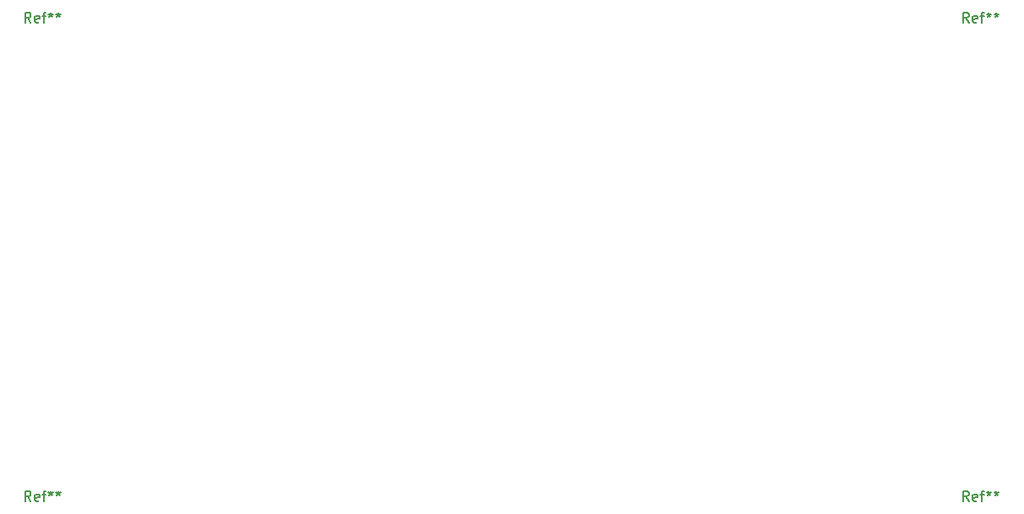
<source format=gbr>
%TF.GenerationSoftware,KiCad,Pcbnew,8.0.8*%
%TF.CreationDate,2025-02-16T23:15:15+09:00*%
%TF.ProjectId,macro,6d616372-6f2e-46b6-9963-61645f706362,rev?*%
%TF.SameCoordinates,Original*%
%TF.FileFunction,Legend,Top*%
%TF.FilePolarity,Positive*%
%FSLAX46Y46*%
G04 Gerber Fmt 4.6, Leading zero omitted, Abs format (unit mm)*
G04 Created by KiCad (PCBNEW 8.0.8) date 2025-02-16 23:15:15*
%MOMM*%
%LPD*%
G01*
G04 APERTURE LIST*
%ADD10C,0.150000*%
G04 APERTURE END LIST*
D10*
X36833332Y-88254819D02*
X36499999Y-87778628D01*
X36261904Y-88254819D02*
X36261904Y-87254819D01*
X36261904Y-87254819D02*
X36642856Y-87254819D01*
X36642856Y-87254819D02*
X36738094Y-87302438D01*
X36738094Y-87302438D02*
X36785713Y-87350057D01*
X36785713Y-87350057D02*
X36833332Y-87445295D01*
X36833332Y-87445295D02*
X36833332Y-87588152D01*
X36833332Y-87588152D02*
X36785713Y-87683390D01*
X36785713Y-87683390D02*
X36738094Y-87731009D01*
X36738094Y-87731009D02*
X36642856Y-87778628D01*
X36642856Y-87778628D02*
X36261904Y-87778628D01*
X37642856Y-88207200D02*
X37547618Y-88254819D01*
X37547618Y-88254819D02*
X37357142Y-88254819D01*
X37357142Y-88254819D02*
X37261904Y-88207200D01*
X37261904Y-88207200D02*
X37214285Y-88111961D01*
X37214285Y-88111961D02*
X37214285Y-87731009D01*
X37214285Y-87731009D02*
X37261904Y-87635771D01*
X37261904Y-87635771D02*
X37357142Y-87588152D01*
X37357142Y-87588152D02*
X37547618Y-87588152D01*
X37547618Y-87588152D02*
X37642856Y-87635771D01*
X37642856Y-87635771D02*
X37690475Y-87731009D01*
X37690475Y-87731009D02*
X37690475Y-87826247D01*
X37690475Y-87826247D02*
X37214285Y-87921485D01*
X37976190Y-87588152D02*
X38357142Y-87588152D01*
X38119047Y-88254819D02*
X38119047Y-87397676D01*
X38119047Y-87397676D02*
X38166666Y-87302438D01*
X38166666Y-87302438D02*
X38261904Y-87254819D01*
X38261904Y-87254819D02*
X38357142Y-87254819D01*
X38833333Y-87254819D02*
X38833333Y-87492914D01*
X38595238Y-87397676D02*
X38833333Y-87492914D01*
X38833333Y-87492914D02*
X39071428Y-87397676D01*
X38690476Y-87683390D02*
X38833333Y-87492914D01*
X38833333Y-87492914D02*
X38976190Y-87683390D01*
X39595238Y-87254819D02*
X39595238Y-87492914D01*
X39357143Y-87397676D02*
X39595238Y-87492914D01*
X39595238Y-87492914D02*
X39833333Y-87397676D01*
X39452381Y-87683390D02*
X39595238Y-87492914D01*
X39595238Y-87492914D02*
X39738095Y-87683390D01*
X130833332Y-88254819D02*
X130499999Y-87778628D01*
X130261904Y-88254819D02*
X130261904Y-87254819D01*
X130261904Y-87254819D02*
X130642856Y-87254819D01*
X130642856Y-87254819D02*
X130738094Y-87302438D01*
X130738094Y-87302438D02*
X130785713Y-87350057D01*
X130785713Y-87350057D02*
X130833332Y-87445295D01*
X130833332Y-87445295D02*
X130833332Y-87588152D01*
X130833332Y-87588152D02*
X130785713Y-87683390D01*
X130785713Y-87683390D02*
X130738094Y-87731009D01*
X130738094Y-87731009D02*
X130642856Y-87778628D01*
X130642856Y-87778628D02*
X130261904Y-87778628D01*
X131642856Y-88207200D02*
X131547618Y-88254819D01*
X131547618Y-88254819D02*
X131357142Y-88254819D01*
X131357142Y-88254819D02*
X131261904Y-88207200D01*
X131261904Y-88207200D02*
X131214285Y-88111961D01*
X131214285Y-88111961D02*
X131214285Y-87731009D01*
X131214285Y-87731009D02*
X131261904Y-87635771D01*
X131261904Y-87635771D02*
X131357142Y-87588152D01*
X131357142Y-87588152D02*
X131547618Y-87588152D01*
X131547618Y-87588152D02*
X131642856Y-87635771D01*
X131642856Y-87635771D02*
X131690475Y-87731009D01*
X131690475Y-87731009D02*
X131690475Y-87826247D01*
X131690475Y-87826247D02*
X131214285Y-87921485D01*
X131976190Y-87588152D02*
X132357142Y-87588152D01*
X132119047Y-88254819D02*
X132119047Y-87397676D01*
X132119047Y-87397676D02*
X132166666Y-87302438D01*
X132166666Y-87302438D02*
X132261904Y-87254819D01*
X132261904Y-87254819D02*
X132357142Y-87254819D01*
X132833333Y-87254819D02*
X132833333Y-87492914D01*
X132595238Y-87397676D02*
X132833333Y-87492914D01*
X132833333Y-87492914D02*
X133071428Y-87397676D01*
X132690476Y-87683390D02*
X132833333Y-87492914D01*
X132833333Y-87492914D02*
X132976190Y-87683390D01*
X133595238Y-87254819D02*
X133595238Y-87492914D01*
X133357143Y-87397676D02*
X133595238Y-87492914D01*
X133595238Y-87492914D02*
X133833333Y-87397676D01*
X133452381Y-87683390D02*
X133595238Y-87492914D01*
X133595238Y-87492914D02*
X133738095Y-87683390D01*
X130833332Y-40254819D02*
X130499999Y-39778628D01*
X130261904Y-40254819D02*
X130261904Y-39254819D01*
X130261904Y-39254819D02*
X130642856Y-39254819D01*
X130642856Y-39254819D02*
X130738094Y-39302438D01*
X130738094Y-39302438D02*
X130785713Y-39350057D01*
X130785713Y-39350057D02*
X130833332Y-39445295D01*
X130833332Y-39445295D02*
X130833332Y-39588152D01*
X130833332Y-39588152D02*
X130785713Y-39683390D01*
X130785713Y-39683390D02*
X130738094Y-39731009D01*
X130738094Y-39731009D02*
X130642856Y-39778628D01*
X130642856Y-39778628D02*
X130261904Y-39778628D01*
X131642856Y-40207200D02*
X131547618Y-40254819D01*
X131547618Y-40254819D02*
X131357142Y-40254819D01*
X131357142Y-40254819D02*
X131261904Y-40207200D01*
X131261904Y-40207200D02*
X131214285Y-40111961D01*
X131214285Y-40111961D02*
X131214285Y-39731009D01*
X131214285Y-39731009D02*
X131261904Y-39635771D01*
X131261904Y-39635771D02*
X131357142Y-39588152D01*
X131357142Y-39588152D02*
X131547618Y-39588152D01*
X131547618Y-39588152D02*
X131642856Y-39635771D01*
X131642856Y-39635771D02*
X131690475Y-39731009D01*
X131690475Y-39731009D02*
X131690475Y-39826247D01*
X131690475Y-39826247D02*
X131214285Y-39921485D01*
X131976190Y-39588152D02*
X132357142Y-39588152D01*
X132119047Y-40254819D02*
X132119047Y-39397676D01*
X132119047Y-39397676D02*
X132166666Y-39302438D01*
X132166666Y-39302438D02*
X132261904Y-39254819D01*
X132261904Y-39254819D02*
X132357142Y-39254819D01*
X132833333Y-39254819D02*
X132833333Y-39492914D01*
X132595238Y-39397676D02*
X132833333Y-39492914D01*
X132833333Y-39492914D02*
X133071428Y-39397676D01*
X132690476Y-39683390D02*
X132833333Y-39492914D01*
X132833333Y-39492914D02*
X132976190Y-39683390D01*
X133595238Y-39254819D02*
X133595238Y-39492914D01*
X133357143Y-39397676D02*
X133595238Y-39492914D01*
X133595238Y-39492914D02*
X133833333Y-39397676D01*
X133452381Y-39683390D02*
X133595238Y-39492914D01*
X133595238Y-39492914D02*
X133738095Y-39683390D01*
X36833332Y-40254819D02*
X36499999Y-39778628D01*
X36261904Y-40254819D02*
X36261904Y-39254819D01*
X36261904Y-39254819D02*
X36642856Y-39254819D01*
X36642856Y-39254819D02*
X36738094Y-39302438D01*
X36738094Y-39302438D02*
X36785713Y-39350057D01*
X36785713Y-39350057D02*
X36833332Y-39445295D01*
X36833332Y-39445295D02*
X36833332Y-39588152D01*
X36833332Y-39588152D02*
X36785713Y-39683390D01*
X36785713Y-39683390D02*
X36738094Y-39731009D01*
X36738094Y-39731009D02*
X36642856Y-39778628D01*
X36642856Y-39778628D02*
X36261904Y-39778628D01*
X37642856Y-40207200D02*
X37547618Y-40254819D01*
X37547618Y-40254819D02*
X37357142Y-40254819D01*
X37357142Y-40254819D02*
X37261904Y-40207200D01*
X37261904Y-40207200D02*
X37214285Y-40111961D01*
X37214285Y-40111961D02*
X37214285Y-39731009D01*
X37214285Y-39731009D02*
X37261904Y-39635771D01*
X37261904Y-39635771D02*
X37357142Y-39588152D01*
X37357142Y-39588152D02*
X37547618Y-39588152D01*
X37547618Y-39588152D02*
X37642856Y-39635771D01*
X37642856Y-39635771D02*
X37690475Y-39731009D01*
X37690475Y-39731009D02*
X37690475Y-39826247D01*
X37690475Y-39826247D02*
X37214285Y-39921485D01*
X37976190Y-39588152D02*
X38357142Y-39588152D01*
X38119047Y-40254819D02*
X38119047Y-39397676D01*
X38119047Y-39397676D02*
X38166666Y-39302438D01*
X38166666Y-39302438D02*
X38261904Y-39254819D01*
X38261904Y-39254819D02*
X38357142Y-39254819D01*
X38833333Y-39254819D02*
X38833333Y-39492914D01*
X38595238Y-39397676D02*
X38833333Y-39492914D01*
X38833333Y-39492914D02*
X39071428Y-39397676D01*
X38690476Y-39683390D02*
X38833333Y-39492914D01*
X38833333Y-39492914D02*
X38976190Y-39683390D01*
X39595238Y-39254819D02*
X39595238Y-39492914D01*
X39357143Y-39397676D02*
X39595238Y-39492914D01*
X39595238Y-39492914D02*
X39833333Y-39397676D01*
X39452381Y-39683390D02*
X39595238Y-39492914D01*
X39595238Y-39492914D02*
X39738095Y-39683390D01*
M02*

</source>
